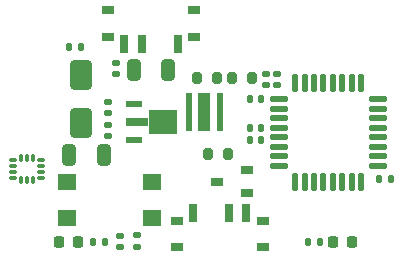
<source format=gbr>
%TF.GenerationSoftware,KiCad,Pcbnew,8.0.5*%
%TF.CreationDate,2025-02-24T18:35:13+02:00*%
%TF.ProjectId,UVCleanPCB,5556436c-6561-46e5-9043-422e6b696361,rev?*%
%TF.SameCoordinates,Original*%
%TF.FileFunction,Paste,Top*%
%TF.FilePolarity,Positive*%
%FSLAX46Y46*%
G04 Gerber Fmt 4.6, Leading zero omitted, Abs format (unit mm)*
G04 Created by KiCad (PCBNEW 8.0.5) date 2025-02-24 18:35:13*
%MOMM*%
%LPD*%
G01*
G04 APERTURE LIST*
G04 Aperture macros list*
%AMRoundRect*
0 Rectangle with rounded corners*
0 $1 Rounding radius*
0 $2 $3 $4 $5 $6 $7 $8 $9 X,Y pos of 4 corners*
0 Add a 4 corners polygon primitive as box body*
4,1,4,$2,$3,$4,$5,$6,$7,$8,$9,$2,$3,0*
0 Add four circle primitives for the rounded corners*
1,1,$1+$1,$2,$3*
1,1,$1+$1,$4,$5*
1,1,$1+$1,$6,$7*
1,1,$1+$1,$8,$9*
0 Add four rect primitives between the rounded corners*
20,1,$1+$1,$2,$3,$4,$5,0*
20,1,$1+$1,$4,$5,$6,$7,0*
20,1,$1+$1,$6,$7,$8,$9,0*
20,1,$1+$1,$8,$9,$2,$3,0*%
G04 Aperture macros list end*
%ADD10RoundRect,0.140000X0.170000X-0.140000X0.170000X0.140000X-0.170000X0.140000X-0.170000X-0.140000X0*%
%ADD11RoundRect,0.218750X-0.218750X-0.256250X0.218750X-0.256250X0.218750X0.256250X-0.218750X0.256250X0*%
%ADD12RoundRect,0.140000X0.140000X0.170000X-0.140000X0.170000X-0.140000X-0.170000X0.140000X-0.170000X0*%
%ADD13R,1.016000X0.762000*%
%ADD14RoundRect,0.250000X0.325000X0.650000X-0.325000X0.650000X-0.325000X-0.650000X0.325000X-0.650000X0*%
%ADD15RoundRect,0.140000X-0.170000X0.140000X-0.170000X-0.140000X0.170000X-0.140000X0.170000X0.140000X0*%
%ADD16RoundRect,0.135000X0.135000X0.185000X-0.135000X0.185000X-0.135000X-0.185000X0.135000X-0.185000X0*%
%ADD17RoundRect,0.200000X-0.200000X-0.275000X0.200000X-0.275000X0.200000X0.275000X-0.200000X0.275000X0*%
%ADD18RoundRect,0.135000X0.185000X-0.135000X0.185000X0.135000X-0.185000X0.135000X-0.185000X-0.135000X0*%
%ADD19R,1.000000X0.800000*%
%ADD20R,0.700000X1.500000*%
%ADD21RoundRect,0.135000X-0.135000X-0.185000X0.135000X-0.185000X0.135000X0.185000X-0.135000X0.185000X0*%
%ADD22RoundRect,0.250000X-0.650000X1.000000X-0.650000X-1.000000X0.650000X-1.000000X0.650000X1.000000X0*%
%ADD23RoundRect,0.218750X0.218750X0.256250X-0.218750X0.256250X-0.218750X-0.256250X0.218750X-0.256250X0*%
%ADD24RoundRect,0.250000X-0.325000X-0.650000X0.325000X-0.650000X0.325000X0.650000X-0.325000X0.650000X0*%
%ADD25RoundRect,0.125000X-0.125000X-0.625000X0.125000X-0.625000X0.125000X0.625000X-0.125000X0.625000X0*%
%ADD26RoundRect,0.125000X-0.625000X-0.125000X0.625000X-0.125000X0.625000X0.125000X-0.625000X0.125000X0*%
%ADD27R,1.600000X1.400000*%
%ADD28R,1.400000X0.570000*%
%ADD29R,1.900000X0.650000*%
%ADD30R,2.450000X2.000000*%
%ADD31RoundRect,0.087500X-0.225000X-0.087500X0.225000X-0.087500X0.225000X0.087500X-0.225000X0.087500X0*%
%ADD32RoundRect,0.087500X-0.087500X-0.225000X0.087500X-0.225000X0.087500X0.225000X-0.087500X0.225000X0*%
%ADD33RoundRect,0.200000X0.200000X0.275000X-0.200000X0.275000X-0.200000X-0.275000X0.200000X-0.275000X0*%
%ADD34R,1.000000X3.200000*%
%ADD35R,0.600000X3.200000*%
G04 APERTURE END LIST*
D10*
%TO.C,C10*%
X184560000Y-66450000D03*
X184560000Y-65490000D03*
%TD*%
D11*
%TO.C,D4*%
X179700000Y-80700000D03*
X181275000Y-80700000D03*
%TD*%
D12*
%TO.C,C9*%
X196810000Y-71000000D03*
X195850000Y-71000000D03*
%TD*%
D13*
%TO.C,Q1*%
X193110000Y-75562500D03*
X195650000Y-76515000D03*
X195650000Y-74610000D03*
%TD*%
D10*
%TO.C,C2*%
X198200000Y-67400000D03*
X198200000Y-66440000D03*
%TD*%
D14*
%TO.C,C12*%
X183500000Y-73300000D03*
X180550000Y-73300000D03*
%TD*%
D12*
%TO.C,C3*%
X207780000Y-75300000D03*
X206820000Y-75300000D03*
%TD*%
D15*
%TO.C,C19*%
X184900000Y-80140000D03*
X184900000Y-81100000D03*
%TD*%
D16*
%TO.C,R15*%
X183575000Y-80700000D03*
X182555000Y-80700000D03*
%TD*%
D17*
%TO.C,R8*%
X194370000Y-66780000D03*
X196020000Y-66780000D03*
%TD*%
D18*
%TO.C,R11*%
X186300000Y-81100000D03*
X186300000Y-80080000D03*
%TD*%
D19*
%TO.C,SW5*%
X189680000Y-78895000D03*
X189680000Y-81105000D03*
X196980000Y-78895000D03*
X196980000Y-81105000D03*
D20*
X191080000Y-78245000D03*
X194080000Y-78245000D03*
X195580000Y-78245000D03*
%TD*%
D17*
%TO.C,R9*%
X192335000Y-73190000D03*
X193985000Y-73190000D03*
%TD*%
D12*
%TO.C,C7*%
X196800000Y-72000000D03*
X195840000Y-72000000D03*
%TD*%
D21*
%TO.C,R16*%
X200780000Y-80700000D03*
X201800000Y-80700000D03*
%TD*%
D22*
%TO.C,D2*%
X181530000Y-70560000D03*
X181530000Y-66560000D03*
%TD*%
D19*
%TO.C,SW1*%
X191150000Y-63280000D03*
X191150000Y-61070000D03*
X183850000Y-63280000D03*
X183850000Y-61070000D03*
D20*
X189750000Y-63930000D03*
X186750000Y-63930000D03*
X185250000Y-63930000D03*
%TD*%
D23*
%TO.C,D5*%
X204500000Y-80700000D03*
X202925000Y-80700000D03*
%TD*%
D12*
%TO.C,C1*%
X196800000Y-68600000D03*
X195840000Y-68600000D03*
%TD*%
D10*
%TO.C,C20*%
X183820000Y-71690000D03*
X183820000Y-70730000D03*
%TD*%
%TO.C,C4*%
X197200000Y-67400000D03*
X197200000Y-66440000D03*
%TD*%
D24*
%TO.C,C14*%
X186025000Y-66100000D03*
X188975000Y-66100000D03*
%TD*%
D25*
%TO.C,U1*%
X199700000Y-67225000D03*
X200500000Y-67225000D03*
X201300000Y-67225000D03*
X202100000Y-67225000D03*
X202900000Y-67225000D03*
X203700000Y-67225000D03*
X204500000Y-67225000D03*
X205300000Y-67225000D03*
D26*
X206675000Y-68600000D03*
X206675000Y-69400000D03*
X206675000Y-70200000D03*
X206675000Y-71000000D03*
X206675000Y-71800000D03*
X206675000Y-72600000D03*
X206675000Y-73400000D03*
X206675000Y-74200000D03*
D25*
X205300000Y-75575000D03*
X204500000Y-75575000D03*
X203700000Y-75575000D03*
X202900000Y-75575000D03*
X202100000Y-75575000D03*
X201300000Y-75575000D03*
X200500000Y-75575000D03*
X199700000Y-75575000D03*
D26*
X198325000Y-74200000D03*
X198325000Y-73400000D03*
X198325000Y-72600000D03*
X198325000Y-71800000D03*
X198325000Y-71000000D03*
X198325000Y-70200000D03*
X198325000Y-69400000D03*
X198325000Y-68600000D03*
%TD*%
D10*
%TO.C,C21*%
X183820000Y-69780000D03*
X183820000Y-68820000D03*
%TD*%
D27*
%TO.C,S2*%
X187600000Y-75600000D03*
X180400000Y-75600000D03*
X187600000Y-78600000D03*
X180400000Y-78600000D03*
%TD*%
D16*
%TO.C,R1*%
X181550000Y-64130000D03*
X180530000Y-64130000D03*
%TD*%
D28*
%TO.C,IC1*%
X186075000Y-69000000D03*
D29*
X186325000Y-70500000D03*
D28*
X186075000Y-72000000D03*
D30*
X188500000Y-70500000D03*
%TD*%
D31*
%TO.C,U2*%
X175837500Y-73750000D03*
X175837500Y-74250000D03*
X175837500Y-74750000D03*
X175837500Y-75250000D03*
D32*
X176500000Y-75412500D03*
X177000000Y-75412500D03*
X177500000Y-75412500D03*
D31*
X178162500Y-75250000D03*
X178162500Y-74750000D03*
X178162500Y-74250000D03*
X178162500Y-73750000D03*
D32*
X177500000Y-73587500D03*
X177000000Y-73587500D03*
X176500000Y-73587500D03*
%TD*%
D33*
%TO.C,R10*%
X193060000Y-66780000D03*
X191410000Y-66780000D03*
%TD*%
D34*
%TO.C,U6*%
X192010000Y-69660000D03*
D35*
X190710000Y-69660000D03*
X193310000Y-69660000D03*
%TD*%
M02*

</source>
